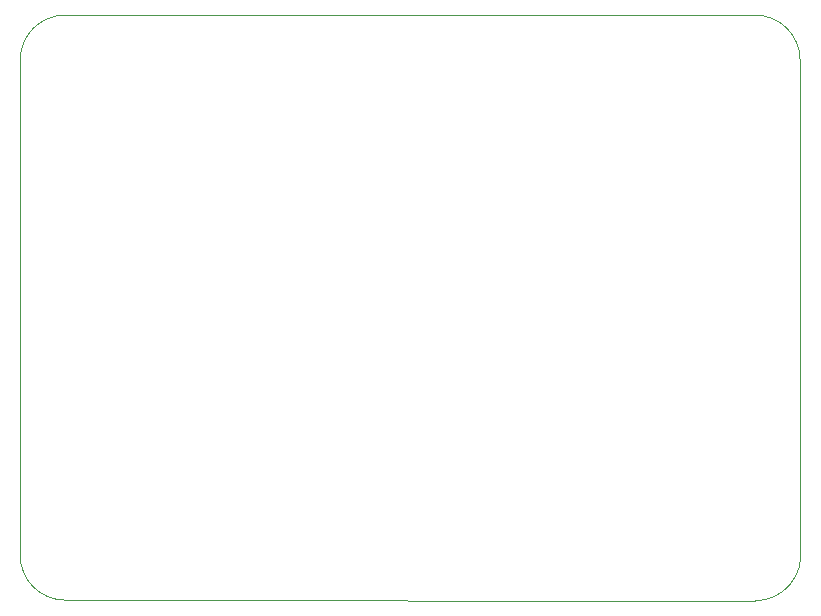
<source format=gm1>
G04 #@! TF.GenerationSoftware,KiCad,Pcbnew,(6.0.0)*
G04 #@! TF.CreationDate,2022-11-09T00:35:18-05:00*
G04 #@! TF.ProjectId,Sorcerer Internal SRAM,536f7263-6572-4657-9220-496e7465726e,rev?*
G04 #@! TF.SameCoordinates,Original*
G04 #@! TF.FileFunction,Profile,NP*
%FSLAX46Y46*%
G04 Gerber Fmt 4.6, Leading zero omitted, Abs format (unit mm)*
G04 Created by KiCad (PCBNEW (6.0.0)) date 2022-11-09 00:35:18*
%MOMM*%
%LPD*%
G01*
G04 APERTURE LIST*
G04 #@! TA.AperFunction,Profile*
%ADD10C,0.100000*%
G04 #@! TD*
G04 APERTURE END LIST*
D10*
X109855000Y-54610000D02*
G75*
G03*
X106045000Y-58420000I-1J-3809999D01*
G01*
X172085000Y-58420000D02*
G75*
G03*
X168275000Y-54610000I-3809999J1D01*
G01*
X168275000Y-104192554D02*
X109855000Y-104140000D01*
X168275000Y-54610000D02*
X109855000Y-54610000D01*
X106045000Y-58420000D02*
X106045000Y-100330000D01*
X172085000Y-99695000D02*
X172085000Y-58420000D01*
X168275000Y-104192554D02*
G75*
G03*
X172085000Y-99695000I0J3862554D01*
G01*
X106045000Y-100330000D02*
G75*
G03*
X109855000Y-104140000I3809999J-1D01*
G01*
M02*

</source>
